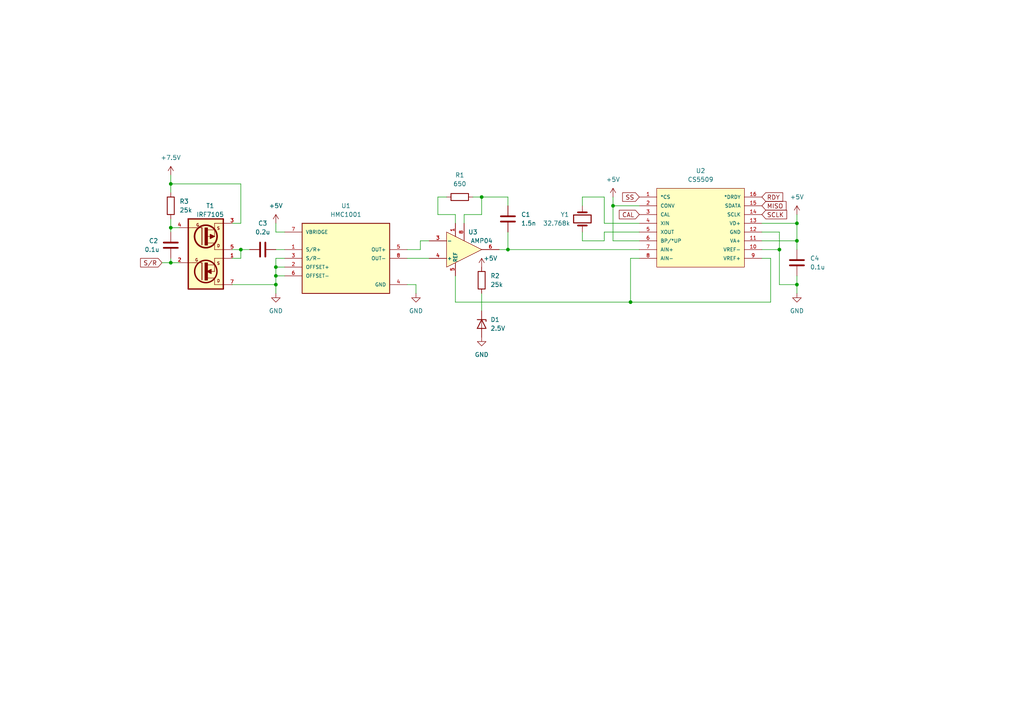
<source format=kicad_sch>
(kicad_sch (version 20211123) (generator eeschema)
  (paper "A4")
  (lib_symbols
    (symbol "Device:C" (pin_numbers hide) (pin_names (offset 0.254))
      (property "Reference" "C" (at 0.635 2.54 0))
      (property "Value" "C" (at 0.635 -2.54 0))
      (symbol "C_0_1"
        (polyline (pts (xy -2.032 -0.762) (xy 2.032 -0.762)) (stroke (width 0.508)))
        (polyline (pts (xy -2.032 0.762) (xy 2.032 0.762)) (stroke (width 0.508)))
      )
      (symbol "C_1_1"
        (pin passive line (at 0 3.81 270) (length 2.794) (name "~") (number "1"))
        (pin passive line (at 0 -3.81 90) (length 2.794) (name "~") (number "2"))
      )
    )
    (symbol "Device:Crystal" (pin_numbers hide) (pin_names (offset 1.016) hide)
      (property "Reference" "Y" (at 0 3.81 0))
      (property "Value" "Crystal" (at 0 -3.81 0))
      (symbol "Crystal_0_1"
        (rectangle (start -1.143 2.54) (end 1.143 -2.54) (stroke (width 0.3048)))
        (polyline (pts (xy -2.54 0) (xy -1.905 0)))
        (polyline (pts (xy -1.905 -1.27) (xy -1.905 1.27)) (stroke (width 0.508)))
        (polyline (pts (xy 1.905 -1.27) (xy 1.905 1.27)) (stroke (width 0.508)))
        (polyline (pts (xy 2.54 0) (xy 1.905 0)))
      )
      (symbol "Crystal_1_1"
        (pin passive line (at -3.81 0 0) (length 1.27) (name "1") (number "1"))
        (pin passive line (at 3.81 0 180) (length 1.27) (name "2") (number "2"))
      )
    )
    (symbol "Device:D_Zener" (pin_numbers hide) (pin_names (offset 1.016) hide)
      (property "Reference" "D" (at 0 2.54 0))
      (property "Value" "D_Zener" (at 0 -2.54 0))
      (symbol "D_Zener_0_1"
        (polyline (pts (xy 1.27 0) (xy -1.27 0)))
        (polyline (pts (xy -1.27 -1.27) (xy -1.27 1.27) (xy -0.762 1.27)) (stroke (width 0.254)))
        (polyline (pts (xy 1.27 -1.27) (xy 1.27 1.27) (xy -1.27 0) (xy 1.27 -1.27)) (stroke (width 0.254)))
      )
      (symbol "D_Zener_1_1"
        (pin passive line (at -3.81 0 0) (length 2.54) (name "K") (number "1"))
        (pin passive line (at 3.81 0 180) (length 2.54) (name "A") (number "2"))
      )
    )
    (symbol "Device:R" (pin_numbers hide) (pin_names (offset 0))
      (property "Reference" "R" (at 2.032 0 90))
      (property "Value" "R" (at 0 0 90))
      (symbol "R_0_1"
        (rectangle (start -1.016 -2.54) (end 1.016 2.54) (stroke (width 0.254)))
      )
      (symbol "R_1_1"
        (pin passive line (at 0 3.81 270) (length 1.27) (name "~") (number "1"))
        (pin passive line (at 0 -3.81 90) (length 1.27) (name "~") (number "2"))
      )
    )
    (symbol "Sysnav:AMP04" (pin_names (offset 0.127))
      (property "Reference" "U" (at 1.27 8.89 0))
      (property "Value" "AMP04" (at 1.27 6.35 0))
      (symbol "AMP04_0_0"
        (pin unspecified line (at -2.54 7.62 270) (length 3.81) (name "") (number "1"))
        (pin unspecified line (at 0 7.62 270) (length 5.08) (name "") (number "8"))
      )
      (symbol "AMP04_0_1"
        (polyline (pts (xy -5.08 5.08) (xy 5.08 0) (xy -5.08 -5.08) (xy -5.08 5.08)) (fill (type background)))
        (pin output line (at 10.16 0 180) (length 5.08) (name "~") (number "6"))
      )
      (symbol "AMP04_1_1"
        (pin input line (at -10.16 2.54 0) (length 5.08) (name "-") (number "3"))
        (pin input line (at -10.16 -2.54 0) (length 5.08) (name "+") (number "4"))
        (pin input line (at -2.54 -7.62 90) (length 3.81) (name "REF") (number "5"))
      )
    )
    (symbol "Sysnav:CS5509" (pin_names (offset 1.016))
      (property "Reference" "U" (at 8.89 3.81 0))
      (property "Value" "CS5509" (at 11.43 -21.59 0))
      (symbol "CS5509_0_1"
        (rectangle (start 7.62 2.54) (end 33.02 -20.32) (stroke (width 0.1524)) (fill (type background)))
      )
      (symbol "CS5509_1_1"
        (pin unspecified line (at 2.54 0 0) (length 5.08) (name "*CS") (number "1"))
        (pin power_in line (at 38.1 -15.24 180) (length 5.08) (name "VREF-") (number "10"))
        (pin power_in line (at 38.1 -12.7 180) (length 5.08) (name "VA+") (number "11"))
        (pin power_in line (at 38.1 -10.16 180) (length 5.08) (name "GND") (number "12"))
        (pin power_in line (at 38.1 -7.62 180) (length 5.08) (name "VD+") (number "13"))
        (pin input line (at 38.1 -5.08 180) (length 5.08) (name "SCLK") (number "14"))
        (pin output line (at 38.1 -2.54 180) (length 5.08) (name "SDATA") (number "15"))
        (pin unspecified line (at 38.1 0 180) (length 5.08) (name "*DRDY") (number "16"))
        (pin unspecified line (at 2.54 -2.54 0) (length 5.08) (name "CONV") (number "2"))
        (pin unspecified line (at 2.54 -5.08 0) (length 5.08) (name "CAL") (number "3"))
        (pin input line (at 2.54 -7.62 0) (length 5.08) (name "XIN") (number "4"))
        (pin output line (at 2.54 -10.16 0) (length 5.08) (name "XOUT") (number "5"))
        (pin unspecified line (at 2.54 -12.7 0) (length 5.08) (name "BP/*UP") (number "6"))
        (pin input line (at 2.54 -15.24 0) (length 5.08) (name "AIN+") (number "7"))
        (pin input line (at 2.54 -17.78 0) (length 5.08) (name "AIN-") (number "8"))
        (pin power_in line (at 38.1 -17.78 180) (length 5.08) (name "VREF+") (number "9"))
      )
    )
    (symbol "Sysnav:HMC1001" (pin_names (offset 1.016))
      (property "Reference" "U" (at -12.7 10.922 0))
      (property "Value" "HMC1001" (at -12.7 -12.7 0))
      (symbol "HMC1001_0_0"
        (rectangle (start -12.7 -10.16) (end 12.7 10.16) (stroke (width 0.254)) (fill (type background)))
        (pin input line (at -17.78 2.54 0) (length 5.08) (name "S/R+") (number "1"))
        (pin input line (at -17.78 -2.54 0) (length 5.08) (name "OFFSET+") (number "2"))
        (pin input line (at -17.78 0 0) (length 5.08) (name "S/R-") (number "3"))
        (pin power_in line (at 17.78 -7.62 180) (length 5.08) (name "GND") (number "4"))
        (pin output line (at 17.78 2.54 180) (length 5.08) (name "OUT+") (number "5"))
        (pin input line (at -17.78 -5.08 0) (length 5.08) (name "OFFSET-") (number "6"))
        (pin input line (at -17.78 7.62 0) (length 5.08) (name "VBRIDGE") (number "7"))
        (pin output line (at 17.78 0 180) (length 5.08) (name "OUT-") (number "8"))
      )
    )
    (symbol "Sysnav:IRF7105" (pin_names (offset 1.016))
      (property "Reference" "T" (at -5.08 13.97 0))
      (property "Value" "IRF7105" (at -5.0165 11.3982 0))
      (symbol "IRF7105_0_0"
        (rectangle (start -5.08 -10.16) (end 5.08 10.16) (stroke (width 0.4064)) (fill (type background)))
        (rectangle (start -0.254 -7.62) (end 0.508 -2.54) (stroke (width 0.1)) (fill (type outline)))
        (rectangle (start -0.254 -7.62) (end 0.508 -2.54) (stroke (width 0.1)) (fill (type outline)))
        (rectangle (start -0.254 2.54) (end 0.508 7.62) (stroke (width 0.1)) (fill (type outline)))
        (rectangle (start -0.254 2.54) (end 0.508 7.62) (stroke (width 0.1)) (fill (type outline)))
        (circle (center 0 -5.08) (radius 3.2378) (stroke (width 0.4064)))
        (circle (center 0 -5.08) (radius 3.4195) (stroke (width 0.1524)))
        (polyline (pts (xy -3.81 -7.62) (xy -7.62 -7.62)) (stroke (width 0.15)))
        (polyline (pts (xy -3.81 2.54) (xy -7.62 2.54)) (stroke (width 0.15)))
        (polyline (pts (xy -1.1176 -7.62) (xy -3.81 -7.62)) (stroke (width 0.1524)))
        (polyline (pts (xy -1.1176 -2.667) (xy -1.1176 -7.62)) (stroke (width 0.254)))
        (polyline (pts (xy -1.1176 2.54) (xy -3.81 2.54)) (stroke (width 0.1524)))
        (polyline (pts (xy -1.1176 7.493) (xy -1.1176 2.54)) (stroke (width 0.254)))
        (polyline (pts (xy 0.3175 5.08) (xy 1.5875 4.445)) (stroke (width 0.1524)))
        (polyline (pts (xy 0.508 -6.985) (xy 2.413 -6.985)) (stroke (width 0.1524)))
        (polyline (pts (xy 0.508 -5.08) (xy 2.54 -5.08)) (stroke (width 0.1524)))
        (polyline (pts (xy 0.508 3.175) (xy 2.413 3.175)) (stroke (width 0.1524)))
        (polyline (pts (xy 0.508 5.08) (xy 2.54 5.08)) (stroke (width 0.1524)))
        (polyline (pts (xy 1.27 -5.715) (xy 1.27 -4.445)) (stroke (width 0.1524)))
        (polyline (pts (xy 1.27 -4.445) (xy 2.54 -5.08)) (stroke (width 0.1524)))
        (polyline (pts (xy 1.5875 4.445) (xy 1.5875 5.715)) (stroke (width 0.1524)))
        (polyline (pts (xy 1.5875 5.715) (xy 0.3175 5.08)) (stroke (width 0.1524)))
        (polyline (pts (xy 2.54 -8.89) (xy 7.62 -8.89)) (stroke (width 0.1524)))
        (polyline (pts (xy 2.54 -5.08) (xy 1.27 -5.715)) (stroke (width 0.1524)))
        (polyline (pts (xy 2.54 -5.08) (xy 2.54 -8.89)) (stroke (width 0.1524)))
        (polyline (pts (xy 2.54 -3.175) (xy 0.5334 -3.175)) (stroke (width 0.1524)))
        (polyline (pts (xy 2.54 -1.27) (xy 2.54 -3.175)) (stroke (width 0.1524)))
        (polyline (pts (xy 2.54 -1.27) (xy 7.62 -1.27)) (stroke (width 0.15)))
        (polyline (pts (xy 2.54 1.27) (xy 7.62 1.27)) (stroke (width 0.15)))
        (polyline (pts (xy 2.54 5.08) (xy 2.54 1.27)) (stroke (width 0.1524)))
        (polyline (pts (xy 2.54 6.985) (xy 0.5334 6.985)) (stroke (width 0.1524)))
        (polyline (pts (xy 2.54 8.89) (xy 2.54 6.985)) (stroke (width 0.1524)))
        (polyline (pts (xy 2.54 8.89) (xy 7.62 8.89)) (stroke (width 0.15)))
        (polyline (pts (xy 1.5875 4.445) (xy 1.5875 5.715) (xy 0.3175 5.08) (xy 1.5875 4.445)) (stroke (width 0.1524)) (fill (type outline)))
        (polyline (pts (xy 1.5875 4.445) (xy 1.5875 5.715) (xy 0.3175 5.08) (xy 1.5875 4.445)) (stroke (width 0.1524)) (fill (type outline)))
        (polyline (pts (xy 2.54 -5.08) (xy 1.27 -5.715) (xy 1.27 -4.445) (xy 2.54 -5.08)) (stroke (width 0.1524)) (fill (type outline)))
        (polyline (pts (xy 2.54 -5.08) (xy 1.27 -5.715) (xy 1.27 -4.445) (xy 2.54 -5.08)) (stroke (width 0.1524)) (fill (type outline)))
        (circle (center 0 5.08) (radius 3.2378) (stroke (width 0.1524)))
        (circle (center 0 5.08) (radius 3.2378) (stroke (width 0.4064)))
        (text "D" (at 3.175 -2.8575 0) (effects (font (size 0.8128 0.8128)) (justify left bottom)))
        (text "D" (at 3.175 7.3025 0) (effects (font (size 0.8128 0.8128)) (justify left bottom)))
        (text "G" (at -3.175 1.27 0) (effects (font (size 0.8128 0.8128)) (justify left bottom)))
        (text "G" (at -2.8575 -8.89 0) (effects (font (size 0.8128 0.8128)) (justify left bottom)))
        (text "S" (at 3.175 -7.9375 0) (effects (font (size 0.8128 0.8128)) (justify left bottom)))
        (text "S" (at 3.175 2.2225 0) (effects (font (size 0.8128 0.8128)) (justify left bottom)))
        (pin passive line (at 7.62 1.27 180) (length 0) (name "~") (number "1"))
        (pin passive line (at -7.62 2.54 0) (length 0) (name "~") (number "2"))
        (pin passive line (at 7.62 -8.89 180) (length 0) (name "~") (number "3"))
        (pin passive line (at -7.62 -7.62 0) (length 0) (name "~") (number "4"))
        (pin passive line (at 7.62 -1.27 180) (length 0) (name "~") (number "5"))
        (pin passive line (at 7.62 8.89 180) (length 0) (name "~") (number "7"))
      )
    )
    (symbol "power:+5V" (power) (pin_names (offset 0))
      (property "Value" "+5V" (at 0 3.556 0))
      (symbol "+5V_0_1"
        (polyline (pts (xy -0.762 1.27) (xy 0 2.54)))
        (polyline (pts (xy 0 0) (xy 0 2.54)))
        (polyline (pts (xy 0 2.54) (xy 0.762 1.27)))
      )
      (symbol "+5V_1_1"
        (pin power_in line (at 0 0 90) (length 0) hide (name "+5V") (number "1"))
      )
    )
    (symbol "power:+7.5V" (power) (pin_names (offset 0))
      (property "Value" "+7.5V" (at 0 3.556 0))
      (symbol "+7.5V_0_1"
        (polyline (pts (xy -0.762 1.27) (xy 0 2.54)))
        (polyline (pts (xy 0 0) (xy 0 2.54)))
        (polyline (pts (xy 0 2.54) (xy 0.762 1.27)))
      )
      (symbol "+7.5V_1_1"
        (pin power_in line (at 0 0 90) (length 0) hide (name "+7.5V") (number "1"))
      )
    )
    (symbol "power:GND" (power) (pin_names (offset 0))
      (property "Value" "GND" (at 0 -3.81 0))
      (symbol "GND_0_1"
        (polyline (pts (xy 0 0) (xy 0 -1.27) (xy 1.27 -1.27) (xy 0 -2.54) (xy -1.27 -1.27) (xy 0 -1.27)))
      )
      (symbol "GND_1_1"
        (pin power_in line (at 0 0 270) (length 0) hide (name "GND") (number "1"))
      )
    )
  )
  (junction (at 147.32 72.39))
  (junction (at 49.53 66.04))
  (junction (at 80.01 77.47))
  (junction (at 49.53 53.34))
  (junction (at 139.7 57.15))
  (junction (at 80.01 82.55))
  (junction (at 226.06 72.39))
  (junction (at 69.85 72.39))
  (junction (at 49.53 76.2))
  (junction (at 231.14 69.85))
  (junction (at 177.8 59.69))
  (junction (at 231.14 64.77))
  (junction (at 231.14 82.55))
  (junction (at 80.01 80.01))
  (junction (at 182.88 87.63))
  (wire (pts (xy 49.53 63.5) (xy 49.53 66.04)))
  (wire (pts (xy 220.98 74.93) (xy 223.52 74.93)))
  (wire (pts (xy 80.01 80.01) (xy 80.01 77.47)))
  (wire (pts (xy 69.85 74.93) (xy 67.31 74.93)))
  (wire (pts (xy 80.01 77.47) (xy 82.55 77.47)))
  (wire (pts (xy 127 62.23) (xy 132.08 62.23)))
  (wire (pts (xy 118.11 74.93) (xy 124.46 74.93)))
  (wire (pts (xy 80.01 74.93) (xy 80.01 77.47)))
  (wire (pts (xy 132.08 80.01) (xy 132.08 87.63)))
  (wire (pts (xy 226.06 72.39) (xy 226.06 67.31)))
  (wire (pts (xy 67.31 72.39) (xy 69.85 72.39)))
  (wire (pts (xy 80.01 67.31) (xy 82.55 67.31)))
  (wire (pts (xy 80.01 64.77) (xy 80.01 67.31)))
  (wire (pts (xy 177.8 69.85) (xy 185.42 69.85)))
  (wire (pts (xy 177.8 57.15) (xy 177.8 59.69)))
  (wire (pts (xy 120.65 82.55) (xy 120.65 85.09)))
  (wire (pts (xy 139.7 85.09) (xy 139.7 90.17)))
  (wire (pts (xy 82.55 74.93) (xy 80.01 74.93)))
  (wire (pts (xy 69.85 72.39) (xy 69.85 74.93)))
  (wire (pts (xy 147.32 57.15) (xy 139.7 57.15)))
  (wire (pts (xy 49.53 66.04) (xy 49.53 67.31)))
  (wire (pts (xy 67.31 82.55) (xy 80.01 82.55)))
  (wire (pts (xy 132.08 87.63) (xy 182.88 87.63)))
  (wire (pts (xy 223.52 74.93) (xy 223.52 87.63)))
  (wire (pts (xy 175.26 67.31) (xy 185.42 67.31)))
  (wire (pts (xy 52.07 76.2) (xy 49.53 76.2)))
  (wire (pts (xy 220.98 69.85) (xy 231.14 69.85)))
  (wire (pts (xy 231.14 62.23) (xy 231.14 64.77)))
  (wire (pts (xy 185.42 64.77) (xy 175.26 64.77)))
  (wire (pts (xy 168.91 67.31) (xy 168.91 69.85)))
  (wire (pts (xy 177.8 59.69) (xy 177.8 69.85)))
  (wire (pts (xy 134.62 62.23) (xy 139.7 62.23)))
  (wire (pts (xy 49.53 53.34) (xy 49.53 55.88)))
  (wire (pts (xy 80.01 82.55) (xy 80.01 85.09)))
  (wire (pts (xy 118.11 82.55) (xy 120.65 82.55)))
  (wire (pts (xy 144.78 72.39) (xy 147.32 72.39)))
  (wire (pts (xy 220.98 64.77) (xy 231.14 64.77)))
  (wire (pts (xy 182.88 87.63) (xy 223.52 87.63)))
  (wire (pts (xy 177.8 59.69) (xy 185.42 59.69)))
  (wire (pts (xy 175.26 64.77) (xy 175.26 57.15)))
  (wire (pts (xy 231.14 82.55) (xy 231.14 85.09)))
  (wire (pts (xy 231.14 69.85) (xy 231.14 72.39)))
  (wire (pts (xy 175.26 57.15) (xy 168.91 57.15)))
  (wire (pts (xy 231.14 80.01) (xy 231.14 82.55)))
  (wire (pts (xy 175.26 69.85) (xy 175.26 67.31)))
  (wire (pts (xy 69.85 53.34) (xy 69.85 64.77)))
  (wire (pts (xy 129.54 57.15) (xy 127 57.15)))
  (wire (pts (xy 226.06 82.55) (xy 231.14 82.55)))
  (wire (pts (xy 168.91 69.85) (xy 175.26 69.85)))
  (wire (pts (xy 49.53 66.04) (xy 52.07 66.04)))
  (wire (pts (xy 67.31 64.77) (xy 69.85 64.77)))
  (wire (pts (xy 80.01 80.01) (xy 82.55 80.01)))
  (wire (pts (xy 139.7 62.23) (xy 139.7 57.15)))
  (wire (pts (xy 182.88 74.93) (xy 182.88 87.63)))
  (wire (pts (xy 80.01 72.39) (xy 82.55 72.39)))
  (wire (pts (xy 147.32 67.31) (xy 147.32 72.39)))
  (wire (pts (xy 80.01 82.55) (xy 80.01 80.01)))
  (wire (pts (xy 168.91 57.15) (xy 168.91 59.69)))
  (wire (pts (xy 137.16 57.15) (xy 139.7 57.15)))
  (wire (pts (xy 121.92 69.85) (xy 121.92 72.39)))
  (wire (pts (xy 124.46 69.85) (xy 121.92 69.85)))
  (wire (pts (xy 231.14 64.77) (xy 231.14 69.85)))
  (wire (pts (xy 46.99 76.2) (xy 49.53 76.2)))
  (wire (pts (xy 132.08 62.23) (xy 132.08 64.77)))
  (wire (pts (xy 49.53 50.8) (xy 49.53 53.34)))
  (wire (pts (xy 220.98 72.39) (xy 226.06 72.39)))
  (wire (pts (xy 185.42 74.93) (xy 182.88 74.93)))
  (wire (pts (xy 226.06 67.31) (xy 220.98 67.31)))
  (wire (pts (xy 134.62 64.77) (xy 134.62 62.23)))
  (wire (pts (xy 127 57.15) (xy 127 62.23)))
  (wire (pts (xy 147.32 59.69) (xy 147.32 57.15)))
  (wire (pts (xy 69.85 72.39) (xy 72.39 72.39)))
  (wire (pts (xy 49.53 76.2) (xy 49.53 74.93)))
  (wire (pts (xy 118.11 72.39) (xy 121.92 72.39)))
  (wire (pts (xy 226.06 72.39) (xy 226.06 82.55)))
  (wire (pts (xy 69.85 53.34) (xy 49.53 53.34)))
  (wire (pts (xy 147.32 72.39) (xy 185.42 72.39)))
  (global_label "MISO" (shape input) (at 220.98 59.69 0) (property "Intersheet References" "${INTERSHEET_REFS}" (effects hide)))
  (global_label "SS" (shape input) (at 185.42 57.15 180) (property "Intersheet References" "${INTERSHEET_REFS}" (effects hide)))
  (global_label "SCLK" (shape input) (at 220.98 62.23 0) (property "Intersheet References" "${INTERSHEET_REFS}" (effects hide)))
  (global_label "S{slash}R" (shape input) (at 46.99 76.2 180) (property "Intersheet References" "${INTERSHEET_REFS}" (effects hide)))
  (global_label "RDY" (shape input) (at 220.98 57.15 0) (property "Intersheet References" "${INTERSHEET_REFS}" (effects hide)))
  (global_label "CAL" (shape input) (at 185.42 62.23 180) (property "Intersheet References" "${INTERSHEET_REFS}" (effects hide)))
  (symbol (lib_id "Device:R") (at 49.53 59.69 0) (unit 1)
    (property "Reference" "R3" (at 52.07 58.4199 0) (effects (justify left)))
    (property "Value" "25k" (at 52.07 60.9599 0) (effects (justify left)))
  )
  (symbol (lib_id "power:GND") (at 120.65 85.09 0) (unit 1)
    (property "Reference" "#PWR?" (effects hide))
    (property "Value" "GND" (at 120.65 90.17 0))
  )
  (symbol (lib_id "Device:Crystal") (at 168.91 63.5 90) (unit 1)
    (property "Reference" "Y1" (at 162.56 62.23 90) (effects (justify right)))
    (property "Value" "32.768k" (at 157.48 64.77 90) (effects (justify right)))
  )
  (symbol (lib_id "Sysnav:HMC1001") (at 100.33 74.93 0) (unit 1)
    (property "Reference" "U1" (at 100.33 59.69 0))
    (property "Value" "HMC1001" (at 100.33 62.23 0))
    (property "Footprint" "SIP155W41P127L1054H398Q8B" (effects hide))
    (property "PARTREV" "04/19" (effects hide))
    (property "MANUFACTURER" "Honeywell" (effects hide))
    (property "MAXIMUM_PACKAGE_HEIGHT" "3.988mm" (effects hide))
    (property "STANDARD" "IPC 2221B" (effects hide))
  )
  (symbol (lib_id "power:GND") (at 231.14 85.09 0) (unit 1)
    (property "Reference" "#PWR?" (effects hide))
    (property "Value" "GND" (at 231.14 90.17 0))
  )
  (symbol (lib_id "Sysnav:CS5509") (at 182.88 57.15 0) (unit 1)
    (property "Reference" "U2" (at 203.2 49.53 0))
    (property "Value" "CS5509" (at 203.2 52.07 0))
    (property "Footprint" "CIR_300SOIC-16" (effects hide))
  )
  (symbol (lib_id "Device:C") (at 76.2 72.39 90) (unit 1)
    (property "Reference" "C3" (at 76.2 64.77 90))
    (property "Value" "0.2u" (at 76.2 67.31 90))
  )
  (symbol (lib_id "Device:D_Zener") (at 139.7 93.98 270) (unit 1)
    (property "Reference" "D1" (at 142.24 92.7099 90) (effects (justify left)))
    (property "Value" "2.5V" (at 142.24 95.2499 90) (effects (justify left)))
  )
  (symbol (lib_id "power:+5V") (at 177.8 57.15 0) (unit 1)
    (property "Reference" "#PWR?" (effects hide))
    (property "Value" "+5V" (at 177.8 52.07 0))
  )
  (symbol (lib_id "Device:C") (at 231.14 76.2 0) (unit 1)
    (property "Reference" "C4" (at 234.95 74.9299 0) (effects (justify left)))
    (property "Value" "0.1u" (at 234.95 77.4699 0) (effects (justify left)))
  )
  (symbol (lib_id "power:GND") (at 139.7 97.79 0) (unit 1)
    (property "Reference" "#PWR?" (effects hide))
    (property "Value" "GND" (at 139.7 102.87 0))
  )
  (symbol (lib_id "Device:C") (at 49.53 71.12 0) (unit 1)
    (property "Reference" "C2" (at 43.18 69.85 0) (effects (justify left)))
    (property "Value" "0.1u" (at 41.91 72.39 0) (effects (justify left)))
  )
  (symbol (lib_id "power:GND") (at 80.01 85.09 0) (unit 1)
    (property "Reference" "#PWR?" (effects hide))
    (property "Value" "GND" (at 80.01 90.17 0))
  )
  (symbol (lib_id "power:+5V") (at 231.14 62.23 0) (unit 1)
    (property "Reference" "#PWR?" (effects hide))
    (property "Value" "+5V" (at 231.14 57.15 0))
  )
  (symbol (lib_id "power:+5V") (at 139.7 77.47 0) (unit 1)
    (property "Reference" "#PWR?" (effects hide))
    (property "Value" "+5V" (at 142.24 74.93 0))
  )
  (symbol (lib_id "Sysnav:AMP04") (at 134.62 72.39 0) (unit 1)
    (property "Reference" "U3" (at 137.16 67.31 0))
    (property "Value" "AMP04" (at 139.7 69.85 0))
  )
  (symbol (lib_id "power:+5V") (at 80.01 64.77 0) (unit 1)
    (property "Reference" "#PWR?" (effects hide))
    (property "Value" "+5V" (at 80.01 59.69 0))
  )
  (symbol (lib_id "Sysnav:IRF7105") (at 59.69 73.66 0) (mirror x) (unit 1)
    (property "Reference" "T1" (at 60.96 59.69 0))
    (property "Value" "IRF7105" (at 60.96 62.23 0))
    (property "Footprint" "SO8" (effects hide))
  )
  (symbol (lib_id "Device:C") (at 147.32 63.5 0) (unit 1)
    (property "Reference" "C1" (at 151.13 62.2299 0) (effects (justify left)))
    (property "Value" "1.5n" (at 151.13 64.7699 0) (effects (justify left)))
  )
  (symbol (lib_id "Device:R") (at 133.35 57.15 90) (unit 1)
    (property "Reference" "R1" (at 133.35 50.8 90))
    (property "Value" "650" (at 133.35 53.34 90))
  )
  (symbol (lib_id "Device:R") (at 139.7 81.28 0) (unit 1)
    (property "Reference" "R2" (at 142.24 80.0099 0) (effects (justify left)))
    (property "Value" "25k" (at 142.24 82.5499 0) (effects (justify left)))
  )
  (symbol (lib_id "power:+7.5V") (at 49.53 50.8 0) (unit 1)
    (property "Reference" "#PWR?" (effects hide))
    (property "Value" "+7.5V" (at 49.53 45.72 0))
  )
)
</source>
